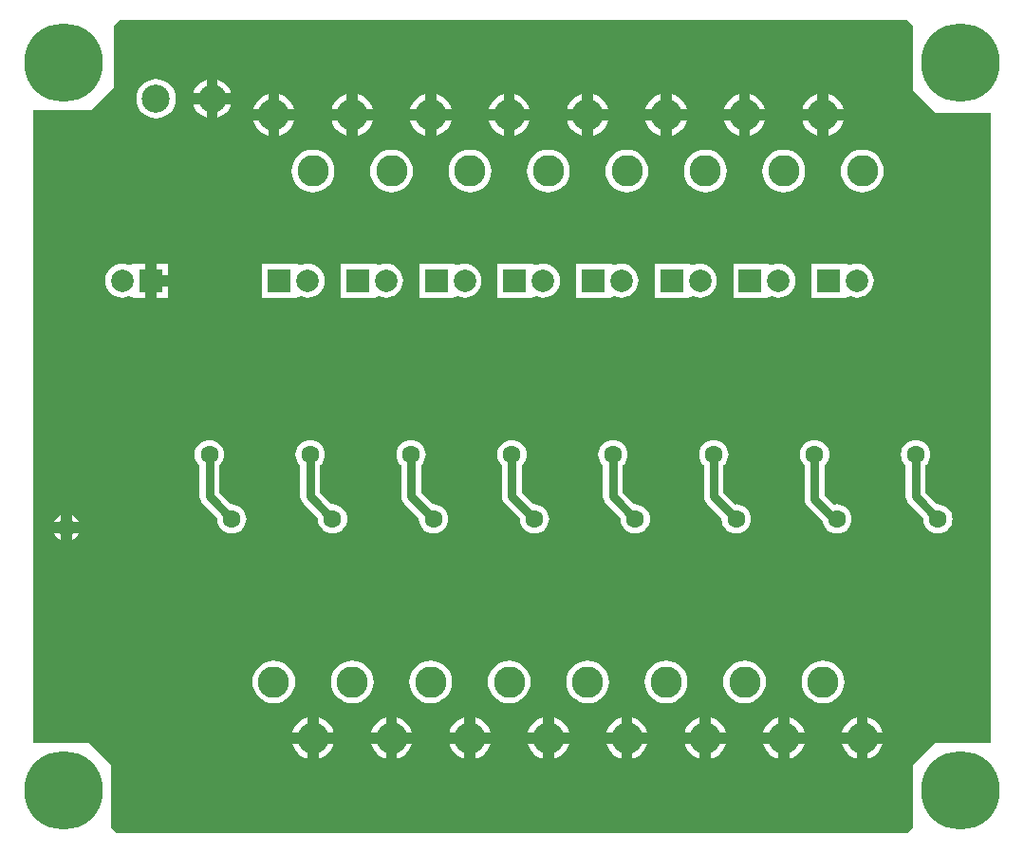
<source format=gbl>
G04 Layer_Physical_Order=2*
G04 Layer_Color=16711680*
%FSLAX25Y25*%
%MOIN*%
G70*
G01*
G75*
%ADD10C,0.02953*%
%ADD11C,0.27559*%
%ADD12R,0.07874X0.07874*%
%ADD13C,0.07874*%
%ADD14C,0.11024*%
%ADD15C,0.09843*%
%ADD16C,0.06299*%
G36*
X317913Y288386D02*
X317913Y265748D01*
X325787Y257874D01*
X345472Y257874D01*
Y36417D01*
X325787Y36417D01*
X317913Y28543D01*
X317913Y6890D01*
X315945Y4921D01*
X38386D01*
X36417Y6890D01*
X36417Y28543D01*
X28543Y36417D01*
X8858Y36417D01*
Y258858D01*
X29528Y258858D01*
X37402Y266732D01*
X37402Y288386D01*
X39370Y290354D01*
X315945D01*
X317913Y288386D01*
D02*
G37*
%LPC*%
G36*
X176181Y65390D02*
X174715Y65246D01*
X173305Y64818D01*
X172005Y64124D01*
X170866Y63189D01*
X169931Y62050D01*
X169237Y60751D01*
X168809Y59340D01*
X168665Y57874D01*
X168809Y56408D01*
X169237Y54998D01*
X169931Y53698D01*
X170866Y52559D01*
X172005Y51624D01*
X173305Y50930D01*
X174715Y50502D01*
X176181Y50358D01*
X177647Y50502D01*
X179058Y50930D01*
X180357Y51624D01*
X181496Y52559D01*
X182431Y53698D01*
X183125Y54998D01*
X183553Y56408D01*
X183698Y57874D01*
X183553Y59340D01*
X183125Y60751D01*
X182431Y62050D01*
X181496Y63189D01*
X180357Y64124D01*
X179058Y64818D01*
X177647Y65246D01*
X176181Y65390D01*
D02*
G37*
G36*
X148622D02*
X147156Y65246D01*
X145746Y64818D01*
X144446Y64124D01*
X143307Y63189D01*
X142372Y62050D01*
X141678Y60751D01*
X141250Y59340D01*
X141105Y57874D01*
X141250Y56408D01*
X141678Y54998D01*
X142372Y53698D01*
X143307Y52559D01*
X144446Y51624D01*
X145746Y50930D01*
X147156Y50502D01*
X148622Y50358D01*
X150088Y50502D01*
X151498Y50930D01*
X152798Y51624D01*
X153937Y52559D01*
X154872Y53698D01*
X155566Y54998D01*
X155994Y56408D01*
X156139Y57874D01*
X155994Y59340D01*
X155566Y60751D01*
X154872Y62050D01*
X153937Y63189D01*
X152798Y64124D01*
X151498Y64818D01*
X150088Y65246D01*
X148622Y65390D01*
D02*
G37*
G36*
X203740D02*
X202274Y65246D01*
X200864Y64818D01*
X199564Y64124D01*
X198425Y63189D01*
X197490Y62050D01*
X196796Y60751D01*
X196368Y59340D01*
X196224Y57874D01*
X196368Y56408D01*
X196796Y54998D01*
X197490Y53698D01*
X198425Y52559D01*
X199564Y51624D01*
X200864Y50930D01*
X202274Y50502D01*
X203740Y50358D01*
X205207Y50502D01*
X206617Y50930D01*
X207916Y51624D01*
X209055Y52559D01*
X209990Y53698D01*
X210684Y54998D01*
X211112Y56408D01*
X211257Y57874D01*
X211112Y59340D01*
X210684Y60751D01*
X209990Y62050D01*
X209055Y63189D01*
X207916Y64124D01*
X206617Y64818D01*
X205207Y65246D01*
X203740Y65390D01*
D02*
G37*
G36*
X286417D02*
X284951Y65246D01*
X283541Y64818D01*
X282241Y64124D01*
X281102Y63189D01*
X280168Y62050D01*
X279473Y60751D01*
X279045Y59340D01*
X278901Y57874D01*
X279045Y56408D01*
X279473Y54998D01*
X280168Y53698D01*
X281102Y52559D01*
X282241Y51624D01*
X283541Y50930D01*
X284951Y50502D01*
X286417Y50358D01*
X287884Y50502D01*
X289294Y50930D01*
X290593Y51624D01*
X291732Y52559D01*
X292667Y53698D01*
X293362Y54998D01*
X293789Y56408D01*
X293934Y57874D01*
X293789Y59340D01*
X293362Y60751D01*
X292667Y62050D01*
X291732Y63189D01*
X290593Y64124D01*
X289294Y64818D01*
X287884Y65246D01*
X286417Y65390D01*
D02*
G37*
G36*
X258858D02*
X257392Y65246D01*
X255982Y64818D01*
X254682Y64124D01*
X253543Y63189D01*
X252608Y62050D01*
X251914Y60751D01*
X251486Y59340D01*
X251342Y57874D01*
X251486Y56408D01*
X251914Y54998D01*
X252608Y53698D01*
X253543Y52559D01*
X254682Y51624D01*
X255982Y50930D01*
X257392Y50502D01*
X258858Y50358D01*
X260325Y50502D01*
X261735Y50930D01*
X263034Y51624D01*
X264173Y52559D01*
X265108Y53698D01*
X265803Y54998D01*
X266230Y56408D01*
X266375Y57874D01*
X266230Y59340D01*
X265803Y60751D01*
X265108Y62050D01*
X264173Y63189D01*
X263034Y64124D01*
X261735Y64818D01*
X260325Y65246D01*
X258858Y65390D01*
D02*
G37*
G36*
X231299D02*
X229833Y65246D01*
X228423Y64818D01*
X227123Y64124D01*
X225984Y63189D01*
X225049Y62050D01*
X224355Y60751D01*
X223927Y59340D01*
X223783Y57874D01*
X223927Y56408D01*
X224355Y54998D01*
X225049Y53698D01*
X225984Y52559D01*
X227123Y51624D01*
X228423Y50930D01*
X229833Y50502D01*
X231299Y50358D01*
X232766Y50502D01*
X234176Y50930D01*
X235475Y51624D01*
X236614Y52559D01*
X237549Y53698D01*
X238244Y54998D01*
X238671Y56408D01*
X238816Y57874D01*
X238671Y59340D01*
X238244Y60751D01*
X237549Y62050D01*
X236614Y63189D01*
X235475Y64124D01*
X234176Y64818D01*
X232766Y65246D01*
X231299Y65390D01*
D02*
G37*
G36*
X219488Y45409D02*
Y40157D01*
X224739D01*
X224464Y41065D01*
X223769Y42365D01*
X222835Y43504D01*
X221696Y44439D01*
X220396Y45133D01*
X219488Y45409D01*
D02*
G37*
G36*
X136811D02*
Y40157D01*
X142062D01*
X141787Y41065D01*
X141092Y42365D01*
X140157Y43504D01*
X139018Y44439D01*
X137719Y45133D01*
X136811Y45409D01*
D02*
G37*
G36*
X215551Y45409D02*
X214643Y45133D01*
X213344Y44439D01*
X212205Y43504D01*
X211270Y42365D01*
X210575Y41065D01*
X210300Y40157D01*
X215551D01*
Y45409D01*
D02*
G37*
G36*
X187992D02*
X187084Y45133D01*
X185785Y44439D01*
X184646Y43504D01*
X183711Y42365D01*
X183016Y41065D01*
X182741Y40157D01*
X187992D01*
Y45409D01*
D02*
G37*
G36*
X121063Y65390D02*
X119597Y65246D01*
X118187Y64818D01*
X116887Y64124D01*
X115748Y63189D01*
X114813Y62050D01*
X114119Y60751D01*
X113691Y59340D01*
X113547Y57874D01*
X113691Y56408D01*
X114119Y54998D01*
X114813Y53698D01*
X115748Y52559D01*
X116887Y51624D01*
X118187Y50930D01*
X119597Y50502D01*
X121063Y50358D01*
X122529Y50502D01*
X123939Y50930D01*
X125239Y51624D01*
X126378Y52559D01*
X127313Y53698D01*
X128007Y54998D01*
X128435Y56408D01*
X128579Y57874D01*
X128435Y59340D01*
X128007Y60751D01*
X127313Y62050D01*
X126378Y63189D01*
X125239Y64124D01*
X123939Y64818D01*
X122529Y65246D01*
X121063Y65390D01*
D02*
G37*
G36*
X93504D02*
X92037Y65246D01*
X90627Y64818D01*
X89328Y64124D01*
X88189Y63189D01*
X87254Y62050D01*
X86560Y60751D01*
X86132Y59340D01*
X85987Y57874D01*
X86132Y56408D01*
X86560Y54998D01*
X87254Y53698D01*
X88189Y52559D01*
X89328Y51624D01*
X90627Y50930D01*
X92037Y50502D01*
X93504Y50358D01*
X94970Y50502D01*
X96380Y50930D01*
X97680Y51624D01*
X98819Y52559D01*
X99754Y53698D01*
X100448Y54998D01*
X100876Y56408D01*
X101020Y57874D01*
X100876Y59340D01*
X100448Y60751D01*
X99754Y62050D01*
X98819Y63189D01*
X97680Y64124D01*
X96380Y64818D01*
X94970Y65246D01*
X93504Y65390D01*
D02*
G37*
G36*
X191929Y45409D02*
Y40157D01*
X197180D01*
X196905Y41065D01*
X196210Y42365D01*
X195276Y43504D01*
X194137Y44439D01*
X192837Y45133D01*
X191929Y45409D01*
D02*
G37*
G36*
X318898Y142938D02*
X317894Y142839D01*
X316930Y142547D01*
X316040Y142071D01*
X315261Y141432D01*
X314621Y140653D01*
X314146Y139763D01*
X313854Y138799D01*
X313755Y137795D01*
X313854Y136792D01*
X314146Y135827D01*
X314621Y134938D01*
X315261Y134159D01*
X315423Y134026D01*
Y123031D01*
X315541Y122132D01*
X315889Y121294D01*
X316441Y120575D01*
X321649Y115366D01*
X321629Y115157D01*
X321728Y114154D01*
X322020Y113189D01*
X322496Y112300D01*
X323135Y111521D01*
X323914Y110881D01*
X324804Y110406D01*
X325768Y110113D01*
X326772Y110015D01*
X327775Y110113D01*
X328740Y110406D01*
X329629Y110881D01*
X330408Y111521D01*
X331048Y112300D01*
X331523Y113189D01*
X331816Y114154D01*
X331914Y115157D01*
X331816Y116161D01*
X331523Y117126D01*
X331048Y118015D01*
X330408Y118794D01*
X329629Y119434D01*
X328740Y119909D01*
X327775Y120202D01*
X326772Y120300D01*
X326563Y120280D01*
X322372Y124471D01*
Y134026D01*
X322534Y134159D01*
X323174Y134938D01*
X323649Y135827D01*
X323942Y136792D01*
X324041Y137795D01*
X323942Y138799D01*
X323649Y139763D01*
X323174Y140653D01*
X322534Y141432D01*
X321755Y142071D01*
X320866Y142547D01*
X319901Y142839D01*
X318898Y142938D01*
D02*
G37*
G36*
X283465D02*
X282461Y142839D01*
X281497Y142547D01*
X280607Y142071D01*
X279828Y141432D01*
X279188Y140653D01*
X278713Y139763D01*
X278420Y138799D01*
X278322Y137795D01*
X278420Y136792D01*
X278713Y135827D01*
X279188Y134938D01*
X279828Y134159D01*
X279990Y134026D01*
Y122047D01*
X280108Y121148D01*
X280455Y120310D01*
X281008Y119590D01*
X286278Y114320D01*
X286295Y114154D01*
X286587Y113189D01*
X287062Y112300D01*
X287702Y111521D01*
X288481Y110881D01*
X289370Y110406D01*
X290335Y110113D01*
X291339Y110015D01*
X292342Y110113D01*
X293307Y110406D01*
X294196Y110881D01*
X294975Y111521D01*
X295615Y112300D01*
X296090Y113189D01*
X296383Y114154D01*
X296481Y115157D01*
X296383Y116161D01*
X296090Y117126D01*
X295615Y118015D01*
X294975Y118794D01*
X294196Y119434D01*
X293307Y119909D01*
X292342Y120202D01*
X291339Y120300D01*
X290335Y120202D01*
X290250Y120176D01*
X286939Y123486D01*
Y134026D01*
X287101Y134159D01*
X287741Y134938D01*
X288216Y135827D01*
X288509Y136792D01*
X288607Y137795D01*
X288509Y138799D01*
X288216Y139763D01*
X287741Y140653D01*
X287101Y141432D01*
X286322Y142071D01*
X285433Y142547D01*
X284468Y142839D01*
X283465Y142938D01*
D02*
G37*
G36*
X248031D02*
X247028Y142839D01*
X246063Y142547D01*
X245174Y142071D01*
X244395Y141432D01*
X243755Y140653D01*
X243280Y139763D01*
X242987Y138799D01*
X242889Y137795D01*
X242987Y136792D01*
X243280Y135827D01*
X243755Y134938D01*
X244395Y134159D01*
X244557Y134026D01*
Y123031D01*
X244675Y122132D01*
X245022Y121294D01*
X245575Y120575D01*
X250783Y115366D01*
X250763Y115157D01*
X250862Y114154D01*
X251154Y113189D01*
X251629Y112300D01*
X252269Y111521D01*
X253048Y110881D01*
X253937Y110406D01*
X254902Y110113D01*
X255906Y110015D01*
X256909Y110113D01*
X257874Y110406D01*
X258763Y110881D01*
X259542Y111521D01*
X260182Y112300D01*
X260657Y113189D01*
X260949Y114154D01*
X261048Y115157D01*
X260949Y116161D01*
X260657Y117126D01*
X260182Y118015D01*
X259542Y118794D01*
X258763Y119434D01*
X257874Y119909D01*
X256909Y120202D01*
X255906Y120300D01*
X255697Y120280D01*
X251506Y124471D01*
Y134026D01*
X251668Y134159D01*
X252308Y134938D01*
X252783Y135827D01*
X253076Y136792D01*
X253174Y137795D01*
X253076Y138799D01*
X252783Y139763D01*
X252308Y140653D01*
X251668Y141432D01*
X250889Y142071D01*
X250000Y142547D01*
X249035Y142839D01*
X248031Y142938D01*
D02*
G37*
G36*
X18701Y116509D02*
X18032Y116152D01*
X17312Y115561D01*
X16722Y114842D01*
X16364Y114173D01*
X18701D01*
Y116509D01*
D02*
G37*
G36*
X56181Y196850D02*
X52244D01*
Y192913D01*
X56181D01*
Y196850D01*
D02*
G37*
G36*
X40276Y204753D02*
X39118Y204639D01*
X38005Y204301D01*
X36979Y203753D01*
X36080Y203015D01*
X35342Y202116D01*
X34793Y201090D01*
X34455Y199977D01*
X34341Y198819D01*
X34455Y197661D01*
X34793Y196548D01*
X35342Y195522D01*
X36080Y194623D01*
X36979Y193885D01*
X38005Y193336D01*
X39118Y192999D01*
X40276Y192885D01*
X41433Y192999D01*
X42402Y193293D01*
X42732Y193293D01*
X44370Y192913D01*
Y192913D01*
X48307D01*
Y198819D01*
Y204724D01*
X44370D01*
Y204724D01*
X42732Y204344D01*
X42402Y204345D01*
X41433Y204639D01*
X40276Y204753D01*
D02*
G37*
G36*
X22638Y116509D02*
Y114173D01*
X24974D01*
X24617Y114842D01*
X24026Y115561D01*
X23307Y116152D01*
X22638Y116509D01*
D02*
G37*
G36*
X70866Y142938D02*
X69863Y142839D01*
X68898Y142547D01*
X68009Y142071D01*
X67230Y141432D01*
X66590Y140653D01*
X66115Y139763D01*
X65822Y138799D01*
X65723Y137795D01*
X65822Y136792D01*
X66115Y135827D01*
X66590Y134938D01*
X67230Y134159D01*
X67392Y134026D01*
Y123031D01*
X67510Y122132D01*
X67857Y121294D01*
X68409Y120575D01*
X73618Y115366D01*
X73597Y115157D01*
X73696Y114154D01*
X73989Y113189D01*
X74464Y112300D01*
X75104Y111521D01*
X75883Y110881D01*
X76772Y110406D01*
X77737Y110113D01*
X78740Y110015D01*
X79743Y110113D01*
X80708Y110406D01*
X81597Y110881D01*
X82377Y111521D01*
X83016Y112300D01*
X83491Y113189D01*
X83784Y114154D01*
X83883Y115157D01*
X83784Y116161D01*
X83491Y117126D01*
X83016Y118015D01*
X82377Y118794D01*
X81597Y119434D01*
X80708Y119909D01*
X79743Y120202D01*
X78740Y120300D01*
X78532Y120280D01*
X74341Y124471D01*
Y134026D01*
X74503Y134159D01*
X75142Y134938D01*
X75617Y135827D01*
X75910Y136792D01*
X76009Y137795D01*
X75910Y138799D01*
X75617Y139763D01*
X75142Y140653D01*
X74503Y141432D01*
X73723Y142071D01*
X72834Y142547D01*
X71869Y142839D01*
X70866Y142938D01*
D02*
G37*
G36*
X24974Y110236D02*
X22638D01*
Y107900D01*
X23307Y108257D01*
X24026Y108848D01*
X24617Y109567D01*
X24974Y110236D01*
D02*
G37*
G36*
X18701D02*
X16364D01*
X16722Y109567D01*
X17312Y108848D01*
X18032Y108257D01*
X18701Y107900D01*
Y110236D01*
D02*
G37*
G36*
X106299Y142938D02*
X105296Y142839D01*
X104331Y142547D01*
X103442Y142071D01*
X102663Y141432D01*
X102023Y140653D01*
X101548Y139763D01*
X101255Y138799D01*
X101156Y137795D01*
X101255Y136792D01*
X101548Y135827D01*
X102023Y134938D01*
X102663Y134159D01*
X102825Y134026D01*
Y123031D01*
X102943Y122132D01*
X103290Y121294D01*
X103842Y120575D01*
X109051Y115366D01*
X109030Y115157D01*
X109129Y114154D01*
X109422Y113189D01*
X109897Y112300D01*
X110537Y111521D01*
X111316Y110881D01*
X112205Y110406D01*
X113170Y110113D01*
X114173Y110015D01*
X115176Y110113D01*
X116141Y110406D01*
X117030Y110881D01*
X117810Y111521D01*
X118449Y112300D01*
X118925Y113189D01*
X119217Y114154D01*
X119316Y115157D01*
X119217Y116161D01*
X118925Y117126D01*
X118449Y118015D01*
X117810Y118794D01*
X117030Y119434D01*
X116141Y119909D01*
X115176Y120202D01*
X114173Y120300D01*
X113965Y120280D01*
X109774Y124471D01*
Y134026D01*
X109936Y134159D01*
X110575Y134938D01*
X111051Y135827D01*
X111343Y136792D01*
X111442Y137795D01*
X111343Y138799D01*
X111051Y139763D01*
X110575Y140653D01*
X109936Y141432D01*
X109156Y142071D01*
X108267Y142547D01*
X107302Y142839D01*
X106299Y142938D01*
D02*
G37*
G36*
X212598D02*
X211595Y142839D01*
X210630Y142547D01*
X209741Y142071D01*
X208962Y141432D01*
X208322Y140653D01*
X207847Y139763D01*
X207554Y138799D01*
X207456Y137795D01*
X207554Y136792D01*
X207847Y135827D01*
X208322Y134938D01*
X208962Y134159D01*
X209124Y134026D01*
Y123031D01*
X209242Y122132D01*
X209589Y121294D01*
X210141Y120575D01*
X215350Y115366D01*
X215330Y115157D01*
X215428Y114154D01*
X215721Y113189D01*
X216196Y112300D01*
X216836Y111521D01*
X217615Y110881D01*
X218504Y110406D01*
X219469Y110113D01*
X220472Y110015D01*
X221476Y110113D01*
X222441Y110406D01*
X223330Y110881D01*
X224109Y111521D01*
X224749Y112300D01*
X225224Y113189D01*
X225517Y114154D01*
X225615Y115157D01*
X225517Y116161D01*
X225224Y117126D01*
X224749Y118015D01*
X224109Y118794D01*
X223330Y119434D01*
X222441Y119909D01*
X221476Y120202D01*
X220472Y120300D01*
X220264Y120280D01*
X216073Y124471D01*
Y134026D01*
X216235Y134159D01*
X216875Y134938D01*
X217350Y135827D01*
X217642Y136792D01*
X217741Y137795D01*
X217642Y138799D01*
X217350Y139763D01*
X216875Y140653D01*
X216235Y141432D01*
X215456Y142071D01*
X214566Y142547D01*
X213602Y142839D01*
X212598Y142938D01*
D02*
G37*
G36*
X177165D02*
X176162Y142839D01*
X175197Y142547D01*
X174308Y142071D01*
X173529Y141432D01*
X172889Y140653D01*
X172414Y139763D01*
X172121Y138799D01*
X172022Y137795D01*
X172121Y136792D01*
X172414Y135827D01*
X172889Y134938D01*
X173529Y134159D01*
X173691Y134026D01*
Y123031D01*
X173809Y122132D01*
X174156Y121294D01*
X174708Y120575D01*
X179917Y115366D01*
X179896Y115157D01*
X179995Y114154D01*
X180288Y113189D01*
X180763Y112300D01*
X181403Y111521D01*
X182182Y110881D01*
X183071Y110406D01*
X184036Y110113D01*
X185039Y110015D01*
X186043Y110113D01*
X187007Y110406D01*
X187897Y110881D01*
X188676Y111521D01*
X189315Y112300D01*
X189791Y113189D01*
X190083Y114154D01*
X190182Y115157D01*
X190083Y116161D01*
X189791Y117126D01*
X189315Y118015D01*
X188676Y118794D01*
X187897Y119434D01*
X187007Y119909D01*
X186043Y120202D01*
X185039Y120300D01*
X184831Y120280D01*
X180640Y124471D01*
Y134026D01*
X180802Y134159D01*
X181441Y134938D01*
X181917Y135827D01*
X182209Y136792D01*
X182308Y137795D01*
X182209Y138799D01*
X181917Y139763D01*
X181441Y140653D01*
X180802Y141432D01*
X180023Y142071D01*
X179133Y142547D01*
X178169Y142839D01*
X177165Y142938D01*
D02*
G37*
G36*
X141732D02*
X140729Y142839D01*
X139764Y142547D01*
X138875Y142071D01*
X138096Y141432D01*
X137456Y140653D01*
X136981Y139763D01*
X136688Y138799D01*
X136589Y137795D01*
X136688Y136792D01*
X136981Y135827D01*
X137456Y134938D01*
X138096Y134159D01*
X138258Y134026D01*
Y123031D01*
X138376Y122132D01*
X138723Y121294D01*
X139275Y120575D01*
X144484Y115366D01*
X144463Y115157D01*
X144562Y114154D01*
X144855Y113189D01*
X145330Y112300D01*
X145970Y111521D01*
X146749Y110881D01*
X147638Y110406D01*
X148603Y110113D01*
X149606Y110015D01*
X150610Y110113D01*
X151574Y110406D01*
X152463Y110881D01*
X153243Y111521D01*
X153882Y112300D01*
X154358Y113189D01*
X154650Y114154D01*
X154749Y115157D01*
X154650Y116161D01*
X154358Y117126D01*
X153882Y118015D01*
X153243Y118794D01*
X152463Y119434D01*
X151574Y119909D01*
X150610Y120202D01*
X149606Y120300D01*
X149398Y120280D01*
X145207Y124471D01*
Y134026D01*
X145369Y134159D01*
X146008Y134938D01*
X146484Y135827D01*
X146776Y136792D01*
X146875Y137795D01*
X146776Y138799D01*
X146484Y139763D01*
X146008Y140653D01*
X145369Y141432D01*
X144589Y142071D01*
X143700Y142547D01*
X142736Y142839D01*
X141732Y142938D01*
D02*
G37*
G36*
X252298Y36220D02*
X247047D01*
Y30969D01*
X247955Y31245D01*
X249255Y31939D01*
X250394Y32874D01*
X251328Y34013D01*
X252023Y35313D01*
X252298Y36220D01*
D02*
G37*
G36*
X114503D02*
X109252D01*
Y30969D01*
X110160Y31245D01*
X111459Y31939D01*
X112598Y32874D01*
X113533Y34013D01*
X114228Y35313D01*
X114503Y36220D01*
D02*
G37*
G36*
X243110D02*
X237859D01*
X238134Y35313D01*
X238829Y34013D01*
X239764Y32874D01*
X240903Y31939D01*
X242202Y31245D01*
X243110Y30969D01*
Y36220D01*
D02*
G37*
G36*
X307417Y36220D02*
X302165D01*
Y30969D01*
X303073Y31245D01*
X304373Y31939D01*
X305512Y32874D01*
X306447Y34013D01*
X307141Y35313D01*
X307417Y36220D01*
D02*
G37*
G36*
X169621D02*
X164370D01*
Y30969D01*
X165278Y31245D01*
X166577Y31939D01*
X167717Y32874D01*
X168651Y34013D01*
X169346Y35313D01*
X169621Y36220D01*
D02*
G37*
G36*
X270669Y36220D02*
X265418D01*
X265693Y35313D01*
X266388Y34013D01*
X267323Y32874D01*
X268462Y31939D01*
X269761Y31245D01*
X270669Y30969D01*
Y36220D01*
D02*
G37*
G36*
X105315Y36220D02*
X100064D01*
X100339Y35313D01*
X101034Y34013D01*
X101969Y32874D01*
X103108Y31939D01*
X104407Y31245D01*
X105315Y30969D01*
Y36220D01*
D02*
G37*
G36*
X215551Y36220D02*
X210300D01*
X210575Y35313D01*
X211270Y34013D01*
X212205Y32874D01*
X213344Y31939D01*
X214643Y31245D01*
X215551Y30969D01*
Y36220D01*
D02*
G37*
G36*
X132874D02*
X127623D01*
X127898Y35313D01*
X128593Y34013D01*
X129527Y32874D01*
X130667Y31939D01*
X131966Y31245D01*
X132874Y30969D01*
Y36220D01*
D02*
G37*
G36*
X187992Y36220D02*
X182741D01*
X183016Y35313D01*
X183711Y34013D01*
X184646Y32874D01*
X185785Y31939D01*
X187084Y31245D01*
X187992Y30969D01*
Y36220D01*
D02*
G37*
G36*
X279857Y36220D02*
X274606D01*
Y30969D01*
X275514Y31245D01*
X276814Y31939D01*
X277953Y32874D01*
X278888Y34013D01*
X279582Y35313D01*
X279857Y36220D01*
D02*
G37*
G36*
X298228Y36220D02*
X292977D01*
X293252Y35313D01*
X293947Y34013D01*
X294882Y32874D01*
X296021Y31939D01*
X297320Y31245D01*
X298228Y30969D01*
Y36220D01*
D02*
G37*
G36*
X160433D02*
X155182D01*
X155457Y35313D01*
X156152Y34013D01*
X157087Y32874D01*
X158226Y31939D01*
X159525Y31245D01*
X160433Y30969D01*
Y36220D01*
D02*
G37*
G36*
X142062Y36220D02*
X136811D01*
Y30969D01*
X137719Y31245D01*
X139018Y31939D01*
X140157Y32874D01*
X141092Y34013D01*
X141787Y35313D01*
X142062Y36220D01*
D02*
G37*
G36*
X298228Y45409D02*
X297320Y45133D01*
X296021Y44439D01*
X294882Y43504D01*
X293947Y42365D01*
X293252Y41065D01*
X292977Y40157D01*
X298228D01*
Y45409D01*
D02*
G37*
G36*
X160433D02*
X159525Y45133D01*
X158226Y44439D01*
X157087Y43504D01*
X156152Y42365D01*
X155457Y41065D01*
X155182Y40157D01*
X160433D01*
Y45409D01*
D02*
G37*
G36*
X247047D02*
Y40157D01*
X252298D01*
X252023Y41065D01*
X251328Y42365D01*
X250394Y43504D01*
X249255Y44439D01*
X247955Y45133D01*
X247047Y45409D01*
D02*
G37*
G36*
X132874Y45409D02*
X131966Y45133D01*
X130667Y44439D01*
X129527Y43504D01*
X128593Y42365D01*
X127898Y41065D01*
X127623Y40157D01*
X132874D01*
Y45409D01*
D02*
G37*
G36*
X302165Y45409D02*
Y40157D01*
X307417D01*
X307141Y41065D01*
X306447Y42365D01*
X305512Y43504D01*
X304373Y44439D01*
X303073Y45133D01*
X302165Y45409D01*
D02*
G37*
G36*
X164370D02*
Y40157D01*
X169621D01*
X169346Y41065D01*
X168651Y42365D01*
X167717Y43504D01*
X166577Y44439D01*
X165278Y45133D01*
X164370Y45409D01*
D02*
G37*
G36*
X109252D02*
Y40157D01*
X114503D01*
X114228Y41065D01*
X113533Y42365D01*
X112598Y43504D01*
X111459Y44439D01*
X110160Y45133D01*
X109252Y45409D01*
D02*
G37*
G36*
X270669D02*
X269761Y45133D01*
X268462Y44439D01*
X267323Y43504D01*
X266388Y42365D01*
X265693Y41065D01*
X265418Y40157D01*
X270669D01*
Y45409D01*
D02*
G37*
G36*
X197180Y36220D02*
X191929D01*
Y30969D01*
X192837Y31245D01*
X194137Y31939D01*
X195276Y32874D01*
X196210Y34013D01*
X196905Y35313D01*
X197180Y36220D01*
D02*
G37*
G36*
X224739Y36220D02*
X219488D01*
Y30969D01*
X220396Y31245D01*
X221696Y31939D01*
X222835Y32874D01*
X223769Y34013D01*
X224464Y35313D01*
X224739Y36220D01*
D02*
G37*
G36*
X243110Y45409D02*
X242202Y45133D01*
X240903Y44439D01*
X239764Y43504D01*
X238829Y42365D01*
X238134Y41065D01*
X237859Y40157D01*
X243110D01*
Y45409D01*
D02*
G37*
G36*
X105315D02*
X104407Y45133D01*
X103108Y44439D01*
X101969Y43504D01*
X101034Y42365D01*
X100339Y41065D01*
X100064Y40157D01*
X105315D01*
Y45409D01*
D02*
G37*
G36*
X274606D02*
Y40157D01*
X279858D01*
X279582Y41065D01*
X278888Y42365D01*
X277953Y43504D01*
X276814Y44439D01*
X275514Y45133D01*
X274606Y45409D01*
D02*
G37*
G36*
X201772Y264306D02*
X200864Y264031D01*
X199564Y263336D01*
X198425Y262402D01*
X197490Y261263D01*
X196796Y259963D01*
X196520Y259055D01*
X201772D01*
Y264306D01*
D02*
G37*
G36*
X78453Y260827D02*
X73819D01*
Y256193D01*
X74500Y256399D01*
X75697Y257039D01*
X76746Y257900D01*
X77607Y258949D01*
X78246Y260146D01*
X78453Y260827D01*
D02*
G37*
G36*
X69882D02*
X65248D01*
X65454Y260146D01*
X66094Y258949D01*
X66955Y257900D01*
X68004Y257039D01*
X69201Y256399D01*
X69882Y256193D01*
Y260827D01*
D02*
G37*
G36*
X284449Y264306D02*
X283541Y264031D01*
X282241Y263336D01*
X281102Y262402D01*
X280168Y261263D01*
X279473Y259963D01*
X279198Y259055D01*
X284449D01*
Y264306D01*
D02*
G37*
G36*
X146653D02*
X145746Y264031D01*
X144446Y263336D01*
X143307Y262402D01*
X142372Y261263D01*
X141678Y259963D01*
X141402Y259055D01*
X146653D01*
Y264306D01*
D02*
G37*
G36*
X205709Y264306D02*
Y259055D01*
X210960D01*
X210684Y259963D01*
X209990Y261263D01*
X209055Y262402D01*
X207916Y263336D01*
X206617Y264031D01*
X205709Y264306D01*
D02*
G37*
G36*
X52165Y269718D02*
X50815Y269585D01*
X49516Y269191D01*
X48319Y268552D01*
X47270Y267691D01*
X46409Y266642D01*
X45769Y265445D01*
X45375Y264146D01*
X45242Y262795D01*
X45375Y261445D01*
X45769Y260146D01*
X46409Y258949D01*
X47270Y257900D01*
X48319Y257039D01*
X49516Y256399D01*
X50815Y256005D01*
X52165Y255872D01*
X53516Y256005D01*
X54815Y256399D01*
X56012Y257039D01*
X57061Y257900D01*
X57922Y258949D01*
X58561Y260146D01*
X58955Y261445D01*
X59088Y262795D01*
X58955Y264146D01*
X58561Y265445D01*
X57922Y266642D01*
X57061Y267691D01*
X56012Y268552D01*
X54815Y269191D01*
X53516Y269585D01*
X52165Y269718D01*
D02*
G37*
G36*
X174213Y255118D02*
X168961D01*
X169237Y254210D01*
X169931Y252911D01*
X170866Y251772D01*
X172005Y250837D01*
X173305Y250142D01*
X174213Y249867D01*
Y255118D01*
D02*
G37*
G36*
X256890D02*
X251639D01*
X251914Y254210D01*
X252608Y252911D01*
X253543Y251772D01*
X254682Y250837D01*
X255982Y250142D01*
X256890Y249867D01*
Y255118D01*
D02*
G37*
G36*
X238519Y255118D02*
X233268D01*
Y249867D01*
X234176Y250142D01*
X235475Y250837D01*
X236614Y251772D01*
X237549Y252911D01*
X238244Y254210D01*
X238519Y255118D01*
D02*
G37*
G36*
X210960Y255118D02*
X205709D01*
Y249867D01*
X206617Y250142D01*
X207916Y250837D01*
X209055Y251772D01*
X209990Y252911D01*
X210684Y254210D01*
X210960Y255118D01*
D02*
G37*
G36*
X293637Y255118D02*
X288386D01*
Y249867D01*
X289294Y250142D01*
X290593Y250837D01*
X291732Y251772D01*
X292667Y252911D01*
X293362Y254210D01*
X293637Y255118D01*
D02*
G37*
G36*
X155842D02*
X150591D01*
Y249867D01*
X151498Y250142D01*
X152798Y250837D01*
X153937Y251772D01*
X154872Y252911D01*
X155566Y254210D01*
X155842Y255118D01*
D02*
G37*
G36*
X150591Y264306D02*
Y259055D01*
X155842D01*
X155566Y259963D01*
X154872Y261263D01*
X153937Y262402D01*
X152798Y263336D01*
X151498Y264031D01*
X150591Y264306D01*
D02*
G37*
G36*
X178150D02*
Y259055D01*
X183401D01*
X183125Y259963D01*
X182431Y261263D01*
X181496Y262402D01*
X180357Y263336D01*
X179058Y264031D01*
X178150Y264306D01*
D02*
G37*
G36*
X256890D02*
X255982Y264031D01*
X254682Y263336D01*
X253543Y262402D01*
X252608Y261263D01*
X251914Y259963D01*
X251639Y259055D01*
X256890D01*
Y264306D01*
D02*
G37*
G36*
X174213D02*
X173305Y264031D01*
X172005Y263336D01*
X170866Y262402D01*
X169931Y261263D01*
X169237Y259963D01*
X168961Y259055D01*
X174213D01*
Y264306D01*
D02*
G37*
G36*
X73819Y269398D02*
Y264764D01*
X78453D01*
X78246Y265445D01*
X77607Y266642D01*
X76746Y267691D01*
X75697Y268552D01*
X74500Y269191D01*
X73819Y269398D01*
D02*
G37*
G36*
X69882D02*
X69201Y269191D01*
X68004Y268552D01*
X66955Y267691D01*
X66094Y266642D01*
X65454Y265445D01*
X65248Y264764D01*
X69882D01*
Y269398D01*
D02*
G37*
G36*
X260827Y264306D02*
Y259055D01*
X266078D01*
X265803Y259963D01*
X265108Y261263D01*
X264173Y262402D01*
X263034Y263336D01*
X261735Y264031D01*
X260827Y264306D01*
D02*
G37*
G36*
X233268D02*
Y259055D01*
X238519D01*
X238244Y259963D01*
X237549Y261263D01*
X236614Y262402D01*
X235475Y263336D01*
X234176Y264031D01*
X233268Y264306D01*
D02*
G37*
G36*
X119095D02*
X118187Y264031D01*
X116887Y263336D01*
X115748Y262402D01*
X114813Y261263D01*
X114119Y259963D01*
X113843Y259055D01*
X119095D01*
Y264306D01*
D02*
G37*
G36*
X91535D02*
X90627Y264031D01*
X89328Y263336D01*
X88189Y262402D01*
X87254Y261263D01*
X86560Y259963D01*
X86284Y259055D01*
X91535D01*
Y264306D01*
D02*
G37*
G36*
X288386D02*
Y259055D01*
X293637D01*
X293362Y259963D01*
X292667Y261263D01*
X291732Y262402D01*
X290593Y263336D01*
X289294Y264031D01*
X288386Y264306D01*
D02*
G37*
G36*
X123031D02*
Y259055D01*
X128283D01*
X128007Y259963D01*
X127313Y261263D01*
X126378Y262402D01*
X125239Y263336D01*
X123939Y264031D01*
X123031Y264306D01*
D02*
G37*
G36*
X95472D02*
Y259055D01*
X100724D01*
X100448Y259963D01*
X99754Y261263D01*
X98819Y262402D01*
X97680Y263336D01*
X96380Y264031D01*
X95472Y264306D01*
D02*
G37*
G36*
X229331D02*
X228423Y264031D01*
X227123Y263336D01*
X225984Y262402D01*
X225049Y261263D01*
X224355Y259963D01*
X224079Y259055D01*
X229331D01*
Y264306D01*
D02*
G37*
G36*
X107283Y244918D02*
X105817Y244774D01*
X104407Y244346D01*
X103108Y243651D01*
X101969Y242717D01*
X101034Y241578D01*
X100339Y240278D01*
X99911Y238868D01*
X99767Y237402D01*
X99911Y235935D01*
X100339Y234525D01*
X101034Y233226D01*
X101969Y232087D01*
X103108Y231152D01*
X104407Y230457D01*
X105817Y230030D01*
X107283Y229885D01*
X108750Y230030D01*
X110160Y230457D01*
X111459Y231152D01*
X112598Y232087D01*
X113533Y233226D01*
X114228Y234525D01*
X114655Y235935D01*
X114800Y237402D01*
X114655Y238868D01*
X114228Y240278D01*
X113533Y241578D01*
X112598Y242717D01*
X111459Y243651D01*
X110160Y244346D01*
X108750Y244774D01*
X107283Y244918D01*
D02*
G37*
G36*
X132953Y204753D02*
X131795Y204639D01*
X130827Y204345D01*
X130496Y204344D01*
X128858Y204724D01*
Y204724D01*
X117047D01*
Y192913D01*
X128858D01*
Y192913D01*
X130496Y193293D01*
X130827Y193293D01*
X131795Y192999D01*
X132953Y192885D01*
X134110Y192999D01*
X135224Y193336D01*
X136250Y193885D01*
X137149Y194623D01*
X137887Y195522D01*
X138435Y196548D01*
X138773Y197661D01*
X138887Y198819D01*
X138773Y199977D01*
X138435Y201090D01*
X137887Y202116D01*
X137149Y203015D01*
X136250Y203753D01*
X135224Y204301D01*
X134110Y204639D01*
X132953Y204753D01*
D02*
G37*
G36*
X105394D02*
X104236Y204639D01*
X103268Y204345D01*
X102937Y204344D01*
X101299Y204724D01*
Y204724D01*
X89488D01*
Y192913D01*
X101299D01*
Y192913D01*
X102937Y193293D01*
X103268Y193293D01*
X104236Y192999D01*
X105394Y192885D01*
X106551Y192999D01*
X107665Y193336D01*
X108691Y193885D01*
X109590Y194623D01*
X110328Y195522D01*
X110876Y196548D01*
X111214Y197661D01*
X111328Y198819D01*
X111214Y199977D01*
X110876Y201090D01*
X110328Y202116D01*
X109590Y203015D01*
X108691Y203753D01*
X107665Y204301D01*
X106551Y204639D01*
X105394Y204753D01*
D02*
G37*
G36*
X189961Y244918D02*
X188494Y244774D01*
X187084Y244346D01*
X185785Y243651D01*
X184646Y242717D01*
X183711Y241578D01*
X183016Y240278D01*
X182589Y238868D01*
X182444Y237402D01*
X182589Y235935D01*
X183016Y234525D01*
X183711Y233226D01*
X184646Y232087D01*
X185785Y231152D01*
X187084Y230457D01*
X188494Y230030D01*
X189961Y229885D01*
X191427Y230030D01*
X192837Y230457D01*
X194137Y231152D01*
X195276Y232087D01*
X196210Y233226D01*
X196905Y234525D01*
X197333Y235935D01*
X197477Y237402D01*
X197333Y238868D01*
X196905Y240278D01*
X196210Y241578D01*
X195276Y242717D01*
X194137Y243651D01*
X192837Y244346D01*
X191427Y244774D01*
X189961Y244918D01*
D02*
G37*
G36*
X162402D02*
X160935Y244774D01*
X159525Y244346D01*
X158226Y243651D01*
X157087Y242717D01*
X156152Y241578D01*
X155457Y240278D01*
X155029Y238868D01*
X154885Y237402D01*
X155029Y235935D01*
X155457Y234525D01*
X156152Y233226D01*
X157087Y232087D01*
X158226Y231152D01*
X159525Y230457D01*
X160935Y230030D01*
X162402Y229885D01*
X163868Y230030D01*
X165278Y230457D01*
X166577Y231152D01*
X167717Y232087D01*
X168651Y233226D01*
X169346Y234525D01*
X169774Y235935D01*
X169918Y237402D01*
X169774Y238868D01*
X169346Y240278D01*
X168651Y241578D01*
X167717Y242717D01*
X166577Y243651D01*
X165278Y244346D01*
X163868Y244774D01*
X162402Y244918D01*
D02*
G37*
G36*
X134843D02*
X133376Y244774D01*
X131966Y244346D01*
X130667Y243651D01*
X129527Y242717D01*
X128593Y241578D01*
X127898Y240278D01*
X127471Y238868D01*
X127326Y237402D01*
X127471Y235935D01*
X127898Y234525D01*
X128593Y233226D01*
X129527Y232087D01*
X130667Y231152D01*
X131966Y230457D01*
X133376Y230030D01*
X134843Y229885D01*
X136309Y230030D01*
X137719Y230457D01*
X139018Y231152D01*
X140157Y232087D01*
X141092Y233226D01*
X141787Y234525D01*
X142215Y235935D01*
X142359Y237402D01*
X142215Y238868D01*
X141787Y240278D01*
X141092Y241578D01*
X140157Y242717D01*
X139018Y243651D01*
X137719Y244346D01*
X136309Y244774D01*
X134843Y244918D01*
D02*
G37*
G36*
X298307Y204753D02*
X297149Y204639D01*
X296181Y204345D01*
X295850Y204344D01*
X294213Y204724D01*
Y204724D01*
X282402D01*
Y192913D01*
X294213D01*
Y192913D01*
X295850Y193293D01*
X296181Y193293D01*
X297149Y192999D01*
X298307Y192885D01*
X299465Y192999D01*
X300578Y193336D01*
X301604Y193885D01*
X302503Y194623D01*
X303241Y195522D01*
X303789Y196548D01*
X304127Y197661D01*
X304241Y198819D01*
X304127Y199977D01*
X303789Y201090D01*
X303241Y202116D01*
X302503Y203015D01*
X301604Y203753D01*
X300578Y204301D01*
X299465Y204639D01*
X298307Y204753D01*
D02*
G37*
G36*
X188071D02*
X186913Y204639D01*
X185945Y204345D01*
X185614Y204344D01*
X183976Y204724D01*
Y204724D01*
X172165D01*
Y192913D01*
X183976D01*
Y192913D01*
X185614Y193293D01*
X185945Y193293D01*
X186913Y192999D01*
X188071Y192885D01*
X189228Y192999D01*
X190342Y193336D01*
X191368Y193885D01*
X192267Y194623D01*
X193005Y195522D01*
X193553Y196548D01*
X193891Y197661D01*
X194005Y198819D01*
X193891Y199977D01*
X193553Y201090D01*
X193005Y202116D01*
X192267Y203015D01*
X191368Y203753D01*
X190342Y204301D01*
X189228Y204639D01*
X188071Y204753D01*
D02*
G37*
G36*
X160512D02*
X159354Y204639D01*
X158386Y204345D01*
X158055Y204344D01*
X156417Y204724D01*
Y204724D01*
X144606D01*
Y192913D01*
X156417D01*
Y192913D01*
X158055Y193293D01*
X158386Y193293D01*
X159354Y192999D01*
X160512Y192885D01*
X161670Y192999D01*
X162783Y193336D01*
X163809Y193885D01*
X164708Y194623D01*
X165446Y195522D01*
X165994Y196548D01*
X166332Y197661D01*
X166446Y198819D01*
X166332Y199977D01*
X165994Y201090D01*
X165446Y202116D01*
X164708Y203015D01*
X163809Y203753D01*
X162783Y204301D01*
X161670Y204639D01*
X160512Y204753D01*
D02*
G37*
G36*
X56181Y204724D02*
X52244D01*
Y200787D01*
X56181D01*
Y204724D01*
D02*
G37*
G36*
X270748Y204753D02*
X269590Y204639D01*
X268622Y204345D01*
X268291Y204344D01*
X266653Y204724D01*
Y204724D01*
X254842D01*
Y192913D01*
X266653D01*
Y192913D01*
X268291Y193293D01*
X268622Y193293D01*
X269590Y192999D01*
X270748Y192885D01*
X271906Y192999D01*
X273019Y193336D01*
X274045Y193885D01*
X274944Y194623D01*
X275682Y195522D01*
X276230Y196548D01*
X276568Y197661D01*
X276682Y198819D01*
X276568Y199977D01*
X276230Y201090D01*
X275682Y202116D01*
X274944Y203015D01*
X274045Y203753D01*
X273019Y204301D01*
X271906Y204639D01*
X270748Y204753D01*
D02*
G37*
G36*
X243189D02*
X242031Y204639D01*
X241063Y204345D01*
X240732Y204344D01*
X239094Y204724D01*
Y204724D01*
X227284D01*
Y192913D01*
X239094D01*
Y192913D01*
X240732Y193293D01*
X241063Y193293D01*
X242031Y192999D01*
X243189Y192885D01*
X244347Y192999D01*
X245460Y193336D01*
X246486Y193885D01*
X247385Y194623D01*
X248123Y195522D01*
X248671Y196548D01*
X249009Y197661D01*
X249123Y198819D01*
X249009Y199977D01*
X248671Y201090D01*
X248123Y202116D01*
X247385Y203015D01*
X246486Y203753D01*
X245460Y204301D01*
X244347Y204639D01*
X243189Y204753D01*
D02*
G37*
G36*
X215630D02*
X214472Y204639D01*
X213504Y204345D01*
X213173Y204344D01*
X211535Y204724D01*
Y204724D01*
X199724D01*
Y192913D01*
X211535D01*
Y192913D01*
X213173Y193293D01*
X213504Y193293D01*
X214472Y192999D01*
X215630Y192885D01*
X216788Y192999D01*
X217901Y193336D01*
X218927Y193885D01*
X219826Y194623D01*
X220564Y195522D01*
X221112Y196548D01*
X221450Y197661D01*
X221564Y198819D01*
X221450Y199977D01*
X221112Y201090D01*
X220564Y202116D01*
X219826Y203015D01*
X218927Y203753D01*
X217901Y204301D01*
X216788Y204639D01*
X215630Y204753D01*
D02*
G37*
G36*
X217520Y244918D02*
X216053Y244774D01*
X214643Y244346D01*
X213344Y243651D01*
X212205Y242717D01*
X211270Y241578D01*
X210575Y240278D01*
X210148Y238868D01*
X210003Y237402D01*
X210148Y235935D01*
X210575Y234525D01*
X211270Y233226D01*
X212205Y232087D01*
X213344Y231152D01*
X214643Y230457D01*
X216053Y230030D01*
X217520Y229885D01*
X218986Y230030D01*
X220396Y230457D01*
X221696Y231152D01*
X222835Y232087D01*
X223769Y233226D01*
X224464Y234525D01*
X224892Y235935D01*
X225036Y237402D01*
X224892Y238868D01*
X224464Y240278D01*
X223769Y241578D01*
X222835Y242717D01*
X221696Y243651D01*
X220396Y244346D01*
X218986Y244774D01*
X217520Y244918D01*
D02*
G37*
G36*
X119095Y255118D02*
X113843D01*
X114119Y254210D01*
X114813Y252911D01*
X115748Y251772D01*
X116887Y250837D01*
X118187Y250142D01*
X119095Y249867D01*
Y255118D01*
D02*
G37*
G36*
X91535D02*
X86284D01*
X86560Y254210D01*
X87254Y252911D01*
X88189Y251772D01*
X89328Y250837D01*
X90627Y250142D01*
X91535Y249867D01*
Y255118D01*
D02*
G37*
G36*
X266078Y255118D02*
X260827D01*
Y249867D01*
X261735Y250142D01*
X263034Y250837D01*
X264173Y251772D01*
X265108Y252911D01*
X265803Y254210D01*
X266078Y255118D01*
D02*
G37*
G36*
X128283Y255118D02*
X123031D01*
Y249867D01*
X123939Y250142D01*
X125239Y250837D01*
X126378Y251772D01*
X127313Y252911D01*
X128007Y254210D01*
X128283Y255118D01*
D02*
G37*
G36*
X100724D02*
X95472D01*
Y249867D01*
X96380Y250142D01*
X97680Y250837D01*
X98819Y251772D01*
X99754Y252911D01*
X100448Y254210D01*
X100724Y255118D01*
D02*
G37*
G36*
X229331D02*
X224079D01*
X224355Y254210D01*
X225049Y252911D01*
X225984Y251772D01*
X227123Y250837D01*
X228423Y250142D01*
X229331Y249867D01*
Y255118D01*
D02*
G37*
G36*
X183401Y255118D02*
X178150D01*
Y249867D01*
X179058Y250142D01*
X180357Y250837D01*
X181496Y251772D01*
X182431Y252911D01*
X183125Y254210D01*
X183401Y255118D01*
D02*
G37*
G36*
X300197Y244918D02*
X298730Y244774D01*
X297320Y244346D01*
X296021Y243651D01*
X294882Y242717D01*
X293947Y241578D01*
X293252Y240278D01*
X292825Y238868D01*
X292680Y237402D01*
X292825Y235935D01*
X293252Y234525D01*
X293947Y233226D01*
X294882Y232087D01*
X296021Y231152D01*
X297320Y230457D01*
X298730Y230030D01*
X300197Y229885D01*
X301663Y230030D01*
X303073Y230457D01*
X304373Y231152D01*
X305512Y232087D01*
X306447Y233226D01*
X307141Y234525D01*
X307569Y235935D01*
X307713Y237402D01*
X307569Y238868D01*
X307141Y240278D01*
X306447Y241578D01*
X305512Y242717D01*
X304373Y243651D01*
X303073Y244346D01*
X301663Y244774D01*
X300197Y244918D01*
D02*
G37*
G36*
X272638D02*
X271171Y244774D01*
X269761Y244346D01*
X268462Y243651D01*
X267323Y242717D01*
X266388Y241578D01*
X265693Y240278D01*
X265266Y238868D01*
X265121Y237402D01*
X265266Y235935D01*
X265693Y234525D01*
X266388Y233226D01*
X267323Y232087D01*
X268462Y231152D01*
X269761Y230457D01*
X271171Y230030D01*
X272638Y229885D01*
X274104Y230030D01*
X275514Y230457D01*
X276814Y231152D01*
X277953Y232087D01*
X278888Y233226D01*
X279582Y234525D01*
X280010Y235935D01*
X280154Y237402D01*
X280010Y238868D01*
X279582Y240278D01*
X278888Y241578D01*
X277953Y242717D01*
X276814Y243651D01*
X275514Y244346D01*
X274104Y244774D01*
X272638Y244918D01*
D02*
G37*
G36*
X245079D02*
X243612Y244774D01*
X242202Y244346D01*
X240903Y243651D01*
X239764Y242717D01*
X238829Y241578D01*
X238134Y240278D01*
X237707Y238868D01*
X237562Y237402D01*
X237707Y235935D01*
X238134Y234525D01*
X238829Y233226D01*
X239764Y232087D01*
X240903Y231152D01*
X242202Y230457D01*
X243612Y230030D01*
X245079Y229885D01*
X246545Y230030D01*
X247955Y230457D01*
X249255Y231152D01*
X250394Y232087D01*
X251328Y233226D01*
X252023Y234525D01*
X252451Y235935D01*
X252595Y237402D01*
X252451Y238868D01*
X252023Y240278D01*
X251328Y241578D01*
X250394Y242717D01*
X249255Y243651D01*
X247955Y244346D01*
X246545Y244774D01*
X245079Y244918D01*
D02*
G37*
G36*
X284449Y255118D02*
X279198D01*
X279473Y254210D01*
X280168Y252911D01*
X281102Y251772D01*
X282241Y250837D01*
X283541Y250142D01*
X284449Y249867D01*
Y255118D01*
D02*
G37*
G36*
X146653D02*
X141402D01*
X141678Y254210D01*
X142372Y252911D01*
X143307Y251772D01*
X144446Y250837D01*
X145746Y250142D01*
X146653Y249867D01*
Y255118D01*
D02*
G37*
G36*
X201772Y255118D02*
X196520D01*
X196796Y254210D01*
X197490Y252911D01*
X198425Y251772D01*
X199564Y250837D01*
X200864Y250142D01*
X201772Y249867D01*
Y255118D01*
D02*
G37*
%LPD*%
D10*
X70866Y123031D02*
Y137795D01*
Y123031D02*
X78740Y115157D01*
X106299Y123031D02*
Y137795D01*
Y123031D02*
X114173Y115157D01*
X141732Y123031D02*
Y137795D01*
Y123031D02*
X149606Y115157D01*
X177165Y123031D02*
Y137795D01*
Y123031D02*
X185039Y115157D01*
X212598Y123031D02*
Y137795D01*
Y123031D02*
X220472Y115157D01*
X248031Y123031D02*
Y137795D01*
Y123031D02*
X255906Y115157D01*
X283465Y122047D02*
Y137795D01*
X318898Y123031D02*
Y137795D01*
Y123031D02*
X326772Y115157D01*
X283465Y122047D02*
X291339Y114173D01*
D11*
X334646Y19685D02*
D03*
Y275590D02*
D03*
X19685Y19685D02*
D03*
Y275590D02*
D03*
D12*
X288307Y198819D02*
D03*
X260748D02*
D03*
X233189D02*
D03*
X205630D02*
D03*
X178071D02*
D03*
X150512D02*
D03*
X122953D02*
D03*
X95394D02*
D03*
X50276D02*
D03*
D13*
X298307D02*
D03*
X270748D02*
D03*
X243189D02*
D03*
X215630D02*
D03*
X188071D02*
D03*
X160512D02*
D03*
X132953D02*
D03*
X105394D02*
D03*
X40276D02*
D03*
D14*
X148622Y57874D02*
D03*
X162402Y38189D02*
D03*
X176181Y57874D02*
D03*
X245079Y38189D02*
D03*
X231299Y57874D02*
D03*
X217520Y38189D02*
D03*
X203740Y57874D02*
D03*
X189961Y38189D02*
D03*
X134843D02*
D03*
X121063Y57874D02*
D03*
X107283Y38189D02*
D03*
X93504Y57874D02*
D03*
X258858D02*
D03*
X286417D02*
D03*
X272638Y38189D02*
D03*
X300197D02*
D03*
X245079Y237402D02*
D03*
X231299Y257087D02*
D03*
X217520Y237402D02*
D03*
X148622Y257087D02*
D03*
X162402Y237402D02*
D03*
X176181Y257087D02*
D03*
X189961Y237402D02*
D03*
X203740Y257087D02*
D03*
X258858D02*
D03*
X272638Y237402D02*
D03*
X286417Y257087D02*
D03*
X300197Y237402D02*
D03*
X134843D02*
D03*
X107283D02*
D03*
X121063Y257087D02*
D03*
X93504D02*
D03*
D15*
X71850Y262795D02*
D03*
X52165D02*
D03*
D16*
X220472Y115157D02*
D03*
X248031Y137795D02*
D03*
X70866D02*
D03*
X106299D02*
D03*
X141732D02*
D03*
X177165D02*
D03*
X212598D02*
D03*
X318898D02*
D03*
X283465D02*
D03*
X114173Y115157D02*
D03*
X78740D02*
D03*
X149606D02*
D03*
X185039D02*
D03*
X255906D02*
D03*
X291339D02*
D03*
X326772D02*
D03*
X20669Y112205D02*
D03*
X49213Y29528D02*
D03*
X19685Y87598D02*
D03*
Y68898D02*
D03*
Y49213D02*
D03*
X49213D02*
D03*
X34449Y59055D02*
D03*
Y78740D02*
D03*
Y98425D02*
D03*
X49213Y68898D02*
D03*
Y88583D02*
D03*
Y108268D02*
D03*
Y9843D02*
D03*
X78740Y68898D02*
D03*
X114173D02*
D03*
X149606D02*
D03*
X185039D02*
D03*
X220472D02*
D03*
X255906D02*
D03*
X291339D02*
D03*
X326772D02*
D03*
X339567Y59055D02*
D03*
Y44291D02*
D03*
X326772Y52165D02*
D03*
X314961Y44291D02*
D03*
X63976Y39370D02*
D03*
Y19685D02*
D03*
X73819Y241142D02*
D03*
Y221457D02*
D03*
Y201772D02*
D03*
X63976Y231299D02*
D03*
Y211614D02*
D03*
X54134Y220472D02*
D03*
Y241142D02*
D03*
X78740Y9843D02*
D03*
X93504Y19685D02*
D03*
X108268Y9843D02*
D03*
X123031Y19685D02*
D03*
X137795Y9843D02*
D03*
X152559Y19685D02*
D03*
X167323Y9843D02*
D03*
X182087Y19685D02*
D03*
X196850Y9843D02*
D03*
X211614Y19685D02*
D03*
X226378Y9843D02*
D03*
X241142Y19685D02*
D03*
X255906Y9843D02*
D03*
X270669Y19685D02*
D03*
X285433Y9843D02*
D03*
X300197Y19685D02*
D03*
X49213Y285433D02*
D03*
X68898D02*
D03*
X83661Y275590D02*
D03*
X98425Y285433D02*
D03*
X108268Y275590D02*
D03*
X118110Y285433D02*
D03*
X127953Y275590D02*
D03*
X142717Y285433D02*
D03*
X157480Y275590D02*
D03*
X172244Y285433D02*
D03*
X187008Y275590D02*
D03*
X201772Y285433D02*
D03*
X211614Y275590D02*
D03*
X226378Y285433D02*
D03*
X241142Y275590D02*
D03*
X255906Y285433D02*
D03*
X270669Y275590D02*
D03*
X285433Y285433D02*
D03*
X300197Y275590D02*
D03*
X339567Y250984D02*
D03*
Y231299D02*
D03*
X329724Y241142D02*
D03*
Y221457D02*
D03*
X339567Y206693D02*
D03*
X319882D02*
D03*
Y250984D02*
D03*
M02*

</source>
